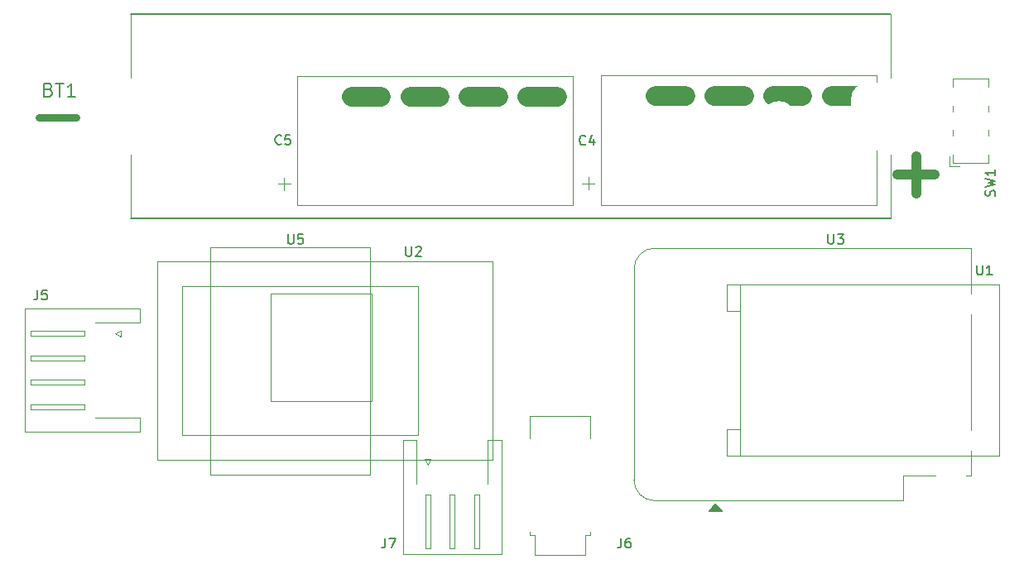
<source format=gbr>
G04 #@! TF.GenerationSoftware,KiCad,Pcbnew,6.0.7+dfsg-1~bpo11+1*
G04 #@! TF.ProjectId,wiscale-mod,77697363-616c-4652-9d6d-6f642e6b6963,rev?*
G04 #@! TF.SameCoordinates,Original*
G04 #@! TF.FileFunction,Legend,Top*
G04 #@! TF.FilePolarity,Positive*
%FSLAX46Y46*%
G04 Gerber Fmt 4.6, Leading zero omitted, Abs format (unit mm)*
%MOMM*%
%LPD*%
G01*
G04 APERTURE LIST*
%ADD10C,0.150000*%
%ADD11C,0.750000*%
%ADD12C,1.000000*%
%ADD13C,0.120000*%
%ADD14C,2.000000*%
%ADD15C,0.127000*%
%ADD16R,2.000000X2.000000*%
%ADD17C,2.000000*%
%ADD18O,1.700000X1.950000*%
%ADD19R,2.400000X2.400000*%
%ADD20C,2.400000*%
%ADD21R,1.600000X1.600000*%
%ADD22C,1.600000*%
%ADD23C,7.000000*%
%ADD24C,0.800000*%
%ADD25C,1.500000*%
%ADD26O,1.950000X1.700000*%
%ADD27C,3.200000*%
%ADD28R,7.000000X7.000000*%
%ADD29O,3.440000X6.880000*%
%ADD30O,1.600000X2.000000*%
G04 APERTURE END LIST*
D10*
X140843095Y-94537380D02*
X140843095Y-95346904D01*
X140890714Y-95442142D01*
X140938333Y-95489761D01*
X141033571Y-95537380D01*
X141224047Y-95537380D01*
X141319285Y-95489761D01*
X141366904Y-95442142D01*
X141414523Y-95346904D01*
X141414523Y-94537380D01*
X141843095Y-94632619D02*
X141890714Y-94585000D01*
X141985952Y-94537380D01*
X142224047Y-94537380D01*
X142319285Y-94585000D01*
X142366904Y-94632619D01*
X142414523Y-94727857D01*
X142414523Y-94823095D01*
X142366904Y-94965952D01*
X141795476Y-95537380D01*
X142414523Y-95537380D01*
X138731666Y-124382380D02*
X138731666Y-125096666D01*
X138684047Y-125239523D01*
X138588809Y-125334761D01*
X138445952Y-125382380D01*
X138350714Y-125382380D01*
X139112619Y-124382380D02*
X139779285Y-124382380D01*
X139350714Y-125382380D01*
X159218333Y-84057142D02*
X159170714Y-84104761D01*
X159027857Y-84152380D01*
X158932619Y-84152380D01*
X158789761Y-84104761D01*
X158694523Y-84009523D01*
X158646904Y-83914285D01*
X158599285Y-83723809D01*
X158599285Y-83580952D01*
X158646904Y-83390476D01*
X158694523Y-83295238D01*
X158789761Y-83200000D01*
X158932619Y-83152380D01*
X159027857Y-83152380D01*
X159170714Y-83200000D01*
X159218333Y-83247619D01*
X160075476Y-83485714D02*
X160075476Y-84152380D01*
X159837380Y-83104761D02*
X159599285Y-83819047D01*
X160218333Y-83819047D01*
X201064761Y-89348333D02*
X201112380Y-89205476D01*
X201112380Y-88967380D01*
X201064761Y-88872142D01*
X201017142Y-88824523D01*
X200921904Y-88776904D01*
X200826666Y-88776904D01*
X200731428Y-88824523D01*
X200683809Y-88872142D01*
X200636190Y-88967380D01*
X200588571Y-89157857D01*
X200540952Y-89253095D01*
X200493333Y-89300714D01*
X200398095Y-89348333D01*
X200302857Y-89348333D01*
X200207619Y-89300714D01*
X200160000Y-89253095D01*
X200112380Y-89157857D01*
X200112380Y-88919761D01*
X200160000Y-88776904D01*
X200112380Y-88443571D02*
X201112380Y-88205476D01*
X200398095Y-88015000D01*
X201112380Y-87824523D01*
X200112380Y-87586428D01*
X201112380Y-86681666D02*
X201112380Y-87253095D01*
X201112380Y-86967380D02*
X200112380Y-86967380D01*
X200255238Y-87062619D01*
X200350476Y-87157857D01*
X200398095Y-87253095D01*
X128778095Y-93267380D02*
X128778095Y-94076904D01*
X128825714Y-94172142D01*
X128873333Y-94219761D01*
X128968571Y-94267380D01*
X129159047Y-94267380D01*
X129254285Y-94219761D01*
X129301904Y-94172142D01*
X129349523Y-94076904D01*
X129349523Y-93267380D01*
X130301904Y-93267380D02*
X129825714Y-93267380D01*
X129778095Y-93743571D01*
X129825714Y-93695952D01*
X129920952Y-93648333D01*
X130159047Y-93648333D01*
X130254285Y-93695952D01*
X130301904Y-93743571D01*
X130349523Y-93838809D01*
X130349523Y-94076904D01*
X130301904Y-94172142D01*
X130254285Y-94219761D01*
X130159047Y-94267380D01*
X129920952Y-94267380D01*
X129825714Y-94219761D01*
X129778095Y-94172142D01*
X162861666Y-124382380D02*
X162861666Y-125096666D01*
X162814047Y-125239523D01*
X162718809Y-125334761D01*
X162575952Y-125382380D01*
X162480714Y-125382380D01*
X163766428Y-124382380D02*
X163575952Y-124382380D01*
X163480714Y-124430000D01*
X163433095Y-124477619D01*
X163337857Y-124620476D01*
X163290238Y-124810952D01*
X163290238Y-125191904D01*
X163337857Y-125287142D01*
X163385476Y-125334761D01*
X163480714Y-125382380D01*
X163671190Y-125382380D01*
X163766428Y-125334761D01*
X163814047Y-125287142D01*
X163861666Y-125191904D01*
X163861666Y-124953809D01*
X163814047Y-124858571D01*
X163766428Y-124810952D01*
X163671190Y-124763333D01*
X163480714Y-124763333D01*
X163385476Y-124810952D01*
X163337857Y-124858571D01*
X163290238Y-124953809D01*
X128103333Y-84012142D02*
X128055714Y-84059761D01*
X127912857Y-84107380D01*
X127817619Y-84107380D01*
X127674761Y-84059761D01*
X127579523Y-83964523D01*
X127531904Y-83869285D01*
X127484285Y-83678809D01*
X127484285Y-83535952D01*
X127531904Y-83345476D01*
X127579523Y-83250238D01*
X127674761Y-83155000D01*
X127817619Y-83107380D01*
X127912857Y-83107380D01*
X128055714Y-83155000D01*
X128103333Y-83202619D01*
X129008095Y-83107380D02*
X128531904Y-83107380D01*
X128484285Y-83583571D01*
X128531904Y-83535952D01*
X128627142Y-83488333D01*
X128865238Y-83488333D01*
X128960476Y-83535952D01*
X129008095Y-83583571D01*
X129055714Y-83678809D01*
X129055714Y-83916904D01*
X129008095Y-84012142D01*
X128960476Y-84059761D01*
X128865238Y-84107380D01*
X128627142Y-84107380D01*
X128531904Y-84059761D01*
X128484285Y-84012142D01*
X103171666Y-98982380D02*
X103171666Y-99696666D01*
X103124047Y-99839523D01*
X103028809Y-99934761D01*
X102885952Y-99982380D01*
X102790714Y-99982380D01*
X104124047Y-98982380D02*
X103647857Y-98982380D01*
X103600238Y-99458571D01*
X103647857Y-99410952D01*
X103743095Y-99363333D01*
X103981190Y-99363333D01*
X104076428Y-99410952D01*
X104124047Y-99458571D01*
X104171666Y-99553809D01*
X104171666Y-99791904D01*
X104124047Y-99887142D01*
X104076428Y-99934761D01*
X103981190Y-99982380D01*
X103743095Y-99982380D01*
X103647857Y-99934761D01*
X103600238Y-99887142D01*
X199263095Y-96442380D02*
X199263095Y-97251904D01*
X199310714Y-97347142D01*
X199358333Y-97394761D01*
X199453571Y-97442380D01*
X199644047Y-97442380D01*
X199739285Y-97394761D01*
X199786904Y-97347142D01*
X199834523Y-97251904D01*
X199834523Y-96442380D01*
X200834523Y-97442380D02*
X200263095Y-97442380D01*
X200548809Y-97442380D02*
X200548809Y-96442380D01*
X200453571Y-96585238D01*
X200358333Y-96680476D01*
X200263095Y-96728095D01*
X104310000Y-78475000D02*
X104510000Y-78541666D01*
X104576666Y-78608333D01*
X104643333Y-78741666D01*
X104643333Y-78941666D01*
X104576666Y-79075000D01*
X104510000Y-79141666D01*
X104376666Y-79208333D01*
X103843333Y-79208333D01*
X103843333Y-77808333D01*
X104310000Y-77808333D01*
X104443333Y-77875000D01*
X104510000Y-77941666D01*
X104576666Y-78075000D01*
X104576666Y-78208333D01*
X104510000Y-78341666D01*
X104443333Y-78408333D01*
X104310000Y-78475000D01*
X103843333Y-78475000D01*
X105043333Y-77808333D02*
X105843333Y-77808333D01*
X105443333Y-79208333D02*
X105443333Y-77808333D01*
X107043333Y-79208333D02*
X106243333Y-79208333D01*
X106643333Y-79208333D02*
X106643333Y-77808333D01*
X106510000Y-78008333D01*
X106376666Y-78141666D01*
X106243333Y-78208333D01*
D11*
X103340238Y-81303142D02*
X107149761Y-81303142D01*
D12*
X191135238Y-87187142D02*
X194944761Y-87187142D01*
X193040000Y-89091904D02*
X193040000Y-85282380D01*
D10*
X184023095Y-93267380D02*
X184023095Y-94076904D01*
X184070714Y-94172142D01*
X184118333Y-94219761D01*
X184213571Y-94267380D01*
X184404047Y-94267380D01*
X184499285Y-94219761D01*
X184546904Y-94172142D01*
X184594523Y-94076904D01*
X184594523Y-93267380D01*
X184975476Y-93267380D02*
X185594523Y-93267380D01*
X185261190Y-93648333D01*
X185404047Y-93648333D01*
X185499285Y-93695952D01*
X185546904Y-93743571D01*
X185594523Y-93838809D01*
X185594523Y-94076904D01*
X185546904Y-94172142D01*
X185499285Y-94219761D01*
X185404047Y-94267380D01*
X185118333Y-94267380D01*
X185023095Y-94219761D01*
X184975476Y-94172142D01*
D13*
X149745000Y-96040000D02*
X115455000Y-96040000D01*
X115455000Y-96040000D02*
X115455000Y-116360000D01*
X115455000Y-116360000D02*
X149745000Y-116360000D01*
X149745000Y-116360000D02*
X149745000Y-96040000D01*
X117995000Y-98580000D02*
X142125000Y-98580000D01*
X142125000Y-98580000D02*
X142125000Y-113820000D01*
X142125000Y-113820000D02*
X117995000Y-113820000D01*
X117995000Y-113820000D02*
X117995000Y-98580000D01*
X147850000Y-119950000D02*
X147850000Y-125450000D01*
X150660000Y-114340000D02*
X149240000Y-114340000D01*
X145600000Y-126060000D02*
X140540000Y-126060000D01*
X149240000Y-114340000D02*
X149240000Y-118840000D01*
X150660000Y-126060000D02*
X150660000Y-114340000D01*
X142850000Y-125450000D02*
X143350000Y-125450000D01*
X148350000Y-119950000D02*
X147850000Y-119950000D01*
X142850000Y-119950000D02*
X142850000Y-125450000D01*
X147850000Y-125450000D02*
X148350000Y-125450000D01*
X141960000Y-114340000D02*
X141960000Y-118840000D01*
X143100000Y-116850000D02*
X142800000Y-116250000D01*
X145350000Y-125450000D02*
X145850000Y-125450000D01*
X143350000Y-125450000D02*
X143350000Y-119950000D01*
X145350000Y-119950000D02*
X145350000Y-125450000D01*
X145600000Y-126060000D02*
X150660000Y-126060000D01*
X140540000Y-114340000D02*
X141960000Y-114340000D01*
X145850000Y-125450000D02*
X145850000Y-119950000D01*
X140540000Y-126060000D02*
X140540000Y-114340000D01*
X142800000Y-116250000D02*
X143400000Y-116250000D01*
X143400000Y-116250000D02*
X143100000Y-116850000D01*
X143350000Y-119950000D02*
X142850000Y-119950000D01*
X148350000Y-125450000D02*
X148350000Y-119950000D01*
X145850000Y-119950000D02*
X145350000Y-119950000D01*
X189034300Y-77030000D02*
X160809300Y-77035000D01*
D14*
X178409300Y-79155000D02*
X181409300Y-79155000D01*
D13*
X160809300Y-90275000D02*
X189034300Y-90280000D01*
X159505700Y-88725000D02*
X159505700Y-87425000D01*
X189034300Y-90280000D02*
X189034300Y-77030000D01*
D14*
X166409300Y-79155000D02*
X169409300Y-79155000D01*
D13*
X158855700Y-88075000D02*
X160155700Y-88075000D01*
D14*
X172409300Y-79155000D02*
X175409300Y-79155000D01*
X184409300Y-79155000D02*
X187409300Y-79155000D01*
D13*
X160809300Y-90275000D02*
X160809300Y-77035000D01*
X200450000Y-85127500D02*
X200450000Y-86007500D01*
X196750000Y-86007500D02*
X196750000Y-85157500D01*
X197450000Y-86307500D02*
X196450000Y-86307500D01*
X196750000Y-80687500D02*
X196750000Y-80127500D01*
X200450000Y-77307500D02*
X200450000Y-78177500D01*
X200450000Y-82627500D02*
X200450000Y-83187500D01*
X200450000Y-86007500D02*
X196750000Y-86007500D01*
X196750000Y-83157500D02*
X196750000Y-82627500D01*
X196750000Y-77307500D02*
X200450000Y-77307500D01*
X196750000Y-78187500D02*
X196750000Y-77307500D01*
X196450000Y-86307500D02*
X196450000Y-85307500D01*
X200450000Y-80137500D02*
X200450000Y-80687500D01*
X120800000Y-117900000D02*
X137200000Y-117900000D01*
X137200000Y-117900000D02*
X137200000Y-94600000D01*
X137200000Y-94600000D02*
X120800000Y-94600000D01*
X120800000Y-94600000D02*
X120800000Y-117900000D01*
X137380000Y-99320000D02*
X126980000Y-99320000D01*
X126980000Y-99320000D02*
X126980000Y-110320000D01*
X126980000Y-110320000D02*
X137380000Y-110320000D01*
X137380000Y-110320000D02*
X137380000Y-99320000D01*
X153500000Y-111900000D02*
X159700000Y-111900000D01*
X159700000Y-111900000D02*
X159700000Y-114200000D01*
X154000000Y-126100000D02*
X154000000Y-124100000D01*
X159200000Y-124100000D02*
X159200000Y-126100000D01*
X159700000Y-123700000D02*
X159700000Y-124100000D01*
X159700000Y-124100000D02*
X159200000Y-124100000D01*
X153500000Y-124100000D02*
X153500000Y-123700000D01*
X154000000Y-124100000D02*
X153500000Y-124100000D01*
X159200000Y-126100000D02*
X154000000Y-126100000D01*
X153500000Y-111900000D02*
X153500000Y-114200000D01*
X157919300Y-77075000D02*
X129694300Y-77080000D01*
X157919300Y-90325000D02*
X157919300Y-77075000D01*
X129694300Y-90320000D02*
X157919300Y-90325000D01*
X128390700Y-88770000D02*
X128390700Y-87470000D01*
D14*
X135294300Y-79200000D02*
X138294300Y-79200000D01*
D13*
X127740700Y-88120000D02*
X129040700Y-88120000D01*
D14*
X147294300Y-79200000D02*
X150294300Y-79200000D01*
D13*
X129694300Y-90320000D02*
X129694300Y-77080000D01*
D14*
X153294300Y-79200000D02*
X156294300Y-79200000D01*
X141294300Y-79200000D02*
X144294300Y-79200000D01*
D13*
X113610000Y-102310000D02*
X109110000Y-102310000D01*
X113610000Y-113510000D02*
X113610000Y-112090000D01*
X101890000Y-100890000D02*
X113610000Y-100890000D01*
X102500000Y-110700000D02*
X102500000Y-111200000D01*
X102500000Y-108200000D02*
X102500000Y-108700000D01*
X101890000Y-107200000D02*
X101890000Y-100890000D01*
X108000000Y-105700000D02*
X102500000Y-105700000D01*
X102500000Y-108700000D02*
X108000000Y-108700000D01*
X108000000Y-108700000D02*
X108000000Y-108200000D01*
X108000000Y-103200000D02*
X102500000Y-103200000D01*
X102500000Y-103200000D02*
X102500000Y-103700000D01*
X102500000Y-106200000D02*
X108000000Y-106200000D01*
X108000000Y-103700000D02*
X108000000Y-103200000D01*
X113610000Y-112090000D02*
X109110000Y-112090000D01*
X111100000Y-103450000D02*
X111700000Y-103150000D01*
X108000000Y-106200000D02*
X108000000Y-105700000D01*
X111700000Y-103750000D02*
X111100000Y-103450000D01*
X101890000Y-113510000D02*
X113610000Y-113510000D01*
X101890000Y-107200000D02*
X101890000Y-113510000D01*
X102500000Y-111200000D02*
X108000000Y-111200000D01*
X111700000Y-103150000D02*
X111700000Y-103750000D01*
X102500000Y-105700000D02*
X102500000Y-106200000D01*
X108000000Y-110700000D02*
X102500000Y-110700000D01*
X102500000Y-103700000D02*
X108000000Y-103700000D01*
X108000000Y-111200000D02*
X108000000Y-110700000D01*
X113610000Y-100890000D02*
X113610000Y-102310000D01*
X108000000Y-108200000D02*
X102500000Y-108200000D01*
X175050000Y-115950000D02*
X173650000Y-115950000D01*
X173650000Y-115950000D02*
X173650000Y-113250000D01*
X173650000Y-113250000D02*
X175050000Y-113250000D01*
X175050000Y-113250000D02*
X175050000Y-115950000D01*
X175050000Y-98450000D02*
X173650000Y-98450000D01*
X173650000Y-98450000D02*
X173650000Y-101150000D01*
X173650000Y-101150000D02*
X175050000Y-101150000D01*
X175050000Y-101150000D02*
X175050000Y-98450000D01*
X201550000Y-115950000D02*
X175050000Y-115950000D01*
X175050000Y-115950000D02*
X175050000Y-98450000D01*
X175050000Y-98450000D02*
X201550000Y-98450000D01*
X201550000Y-98450000D02*
X201550000Y-115950000D01*
X112750000Y-91650000D02*
X112738000Y-85137000D01*
X190450000Y-70750000D02*
X190462000Y-77263000D01*
D15*
X112750000Y-91650000D02*
X190450000Y-91650000D01*
D13*
X112750000Y-70750000D02*
X112738000Y-77263000D01*
X190450000Y-91650000D02*
X190462000Y-85137000D01*
D15*
X190450000Y-70750000D02*
X112750000Y-70750000D01*
D13*
X191740000Y-120560000D02*
X191740000Y-118020000D01*
X191740000Y-120560000D02*
X166310000Y-120560000D01*
X198640000Y-94700000D02*
X166310000Y-94700000D01*
X191740000Y-118020000D02*
X198640000Y-118020000D01*
X164180000Y-96820000D02*
X164180000Y-118430000D01*
X198640000Y-118020000D02*
X198640000Y-94700000D01*
X166310000Y-94700000D02*
G75*
G03*
X164180000Y-96830000I0J-2130000D01*
G01*
X164180000Y-118430000D02*
G75*
G03*
X166310000Y-120560000I2130002J2D01*
G01*
G36*
X173155000Y-121600000D02*
G01*
X171885000Y-121600000D01*
X172520000Y-120965000D01*
X173155000Y-121600000D01*
G37*
D10*
X173155000Y-121600000D02*
X171885000Y-121600000D01*
X172520000Y-120965000D01*
X173155000Y-121600000D01*
%LPC*%
D16*
X119265000Y-99850000D03*
D17*
X119265000Y-102390000D03*
X119265000Y-104930000D03*
X119265000Y-107470000D03*
X119265000Y-110010000D03*
X119265000Y-112550000D03*
D16*
X144665000Y-102390000D03*
X139585000Y-102390000D03*
D17*
X144665000Y-104930000D03*
X139585000Y-104930000D03*
X144665000Y-107470000D03*
X139585000Y-107470000D03*
X139585000Y-110010000D03*
X144665000Y-110010000D03*
G36*
G01*
X142250000Y-119075000D02*
X142250000Y-117625000D01*
G75*
G02*
X142500000Y-117375000I250000J0D01*
G01*
X143700000Y-117375000D01*
G75*
G02*
X143950000Y-117625000I0J-250000D01*
G01*
X143950000Y-119075000D01*
G75*
G02*
X143700000Y-119325000I-250000J0D01*
G01*
X142500000Y-119325000D01*
G75*
G02*
X142250000Y-119075000I0J250000D01*
G01*
G37*
D18*
X145600000Y-118350000D03*
X148100000Y-118350000D03*
D19*
X162909300Y-86155000D03*
D20*
X162909300Y-81155000D03*
D21*
X198584000Y-84157500D03*
D22*
X198584000Y-81657500D03*
X198584000Y-79157500D03*
D16*
X134600000Y-97200000D03*
X128250000Y-102280000D03*
X128250000Y-104820000D03*
X124100000Y-97200000D03*
X128250000Y-107360000D03*
X134600000Y-115200000D03*
X124100000Y-115200000D03*
D23*
X196600000Y-91200000D03*
D24*
X199225000Y-91200000D03*
X198456155Y-93056155D03*
X196600000Y-88575000D03*
X196600000Y-93825000D03*
X194743845Y-89343845D03*
X198456155Y-89343845D03*
X193975000Y-91200000D03*
X194743845Y-93056155D03*
D25*
X156600000Y-115600000D03*
X156600000Y-121600000D03*
D17*
X154000000Y-119100000D03*
X159200000Y-119100000D03*
X159200000Y-122500000D03*
X154000000Y-122500000D03*
X154000000Y-115600000D03*
X159200000Y-115600000D03*
D19*
X131794300Y-86200000D03*
D20*
X131794300Y-81200000D03*
D24*
X199225000Y-121200000D03*
D23*
X196600000Y-121200000D03*
D24*
X196600000Y-123825000D03*
X194743845Y-119343845D03*
X193975000Y-121200000D03*
X198456155Y-123056155D03*
X198456155Y-119343845D03*
X196600000Y-118575000D03*
X194743845Y-123056155D03*
G36*
G01*
X108875000Y-102600000D02*
X110325000Y-102600000D01*
G75*
G02*
X110575000Y-102850000I0J-250000D01*
G01*
X110575000Y-104050000D01*
G75*
G02*
X110325000Y-104300000I-250000J0D01*
G01*
X108875000Y-104300000D01*
G75*
G02*
X108625000Y-104050000I0J250000D01*
G01*
X108625000Y-102850000D01*
G75*
G02*
X108875000Y-102600000I250000J0D01*
G01*
G37*
D26*
X109600000Y-105950000D03*
X109600000Y-108450000D03*
X109600000Y-110950000D03*
D16*
X181550000Y-114450000D03*
X176550000Y-111050000D03*
X176550000Y-103850000D03*
X181550000Y-100450000D03*
X199550000Y-114450000D03*
X199550000Y-100450000D03*
X176550000Y-114450000D03*
X176550000Y-100450000D03*
D24*
X104743845Y-119343845D03*
X103975000Y-121200000D03*
D23*
X106600000Y-121200000D03*
D24*
X108456155Y-123056155D03*
X109225000Y-121200000D03*
X106600000Y-123825000D03*
X108456155Y-119343845D03*
X104743845Y-123056155D03*
X106600000Y-118575000D03*
D27*
X179040000Y-81200000D03*
X123430000Y-81200000D03*
D28*
X191600000Y-81200000D03*
D29*
X188050000Y-81200000D03*
X115150000Y-81200000D03*
D28*
X111600000Y-81200000D03*
D23*
X106600000Y-91200000D03*
D24*
X103975000Y-91200000D03*
X106600000Y-88575000D03*
X108456155Y-93056155D03*
X109225000Y-91200000D03*
X104743845Y-89343845D03*
X106600000Y-93825000D03*
X108456155Y-89343845D03*
X104743845Y-93056155D03*
D16*
X172520000Y-119060000D03*
D30*
X175060000Y-119060000D03*
X177600000Y-119060000D03*
X180140000Y-119060000D03*
X182680000Y-119060000D03*
X185220000Y-119060000D03*
X187760000Y-119060000D03*
X190300000Y-119060000D03*
X190300000Y-96200000D03*
X187760000Y-96200000D03*
X185220000Y-96200000D03*
X182680000Y-96200000D03*
X180140000Y-96200000D03*
X177600000Y-96200000D03*
X175060000Y-96200000D03*
X172520000Y-96200000D03*
M02*

</source>
